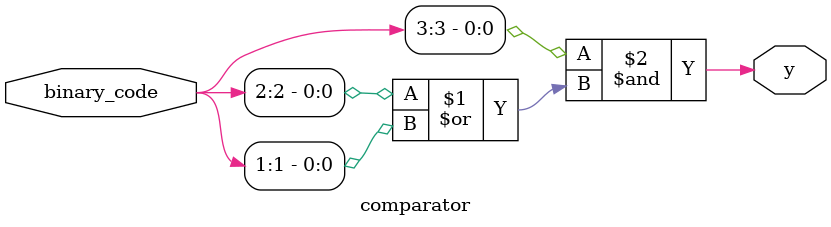
<source format=sv>

module comparator (

    input logic [3 : 0] binary_code,     
    output logic y
 
);
//1. Comprobar si el binario es mayor o menor a 1001 (9) 
//0 -> <9 and 1 -> >9
 assign y = binary_code[3] & (binary_code[2] | binary_code[1]);


endmodule
</source>
